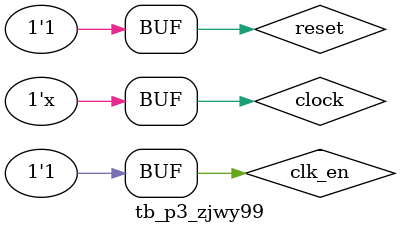
<source format=v>
`timescale 1ns/100ps
module tb_p3_zjwy99();
	reg clock, reset;
	reg [3:0] mult_in;
	wire m, q;
	wire [7:0] result;
	// My clock module 
	reg clk_en;
	always #20 
		if(clk_en) begin 
		clock = ~clock;
	end 
	
	
	//core_mult CORE(clock, reset, 4'd14, 4'd13, result, q);
	core2 CORE(clock, reset, 4'd6, 4'd14, result);
	
	initial begin
	reset = 1'b1;
	clk_en = 1'b1;
	clock = 1'b0;
	#5;
	reset = 1'b0;
	#5;
	reset = 1'b1;
	#200;
	//$stop;
	end
	


endmodule

</source>
